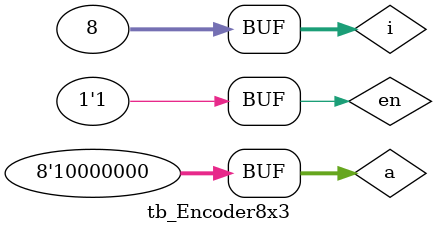
<source format=v>

module tb_Encoder8x3();

   reg [7:0]a;
   reg en;
   wire [2:0]y;

integer i;
Encoder8x3 E1(

   .a(a),
   .en(en),
   .y(y)
);


initial begin

  $monitor("a=%b   y=%b  en=%d",a,y,en);
  #1  a=0; en=0;
  for(i=0;i<8;i=i+1) begin
   #1 a=(1<<i); en=1;
  end

end

endmodule
</source>
